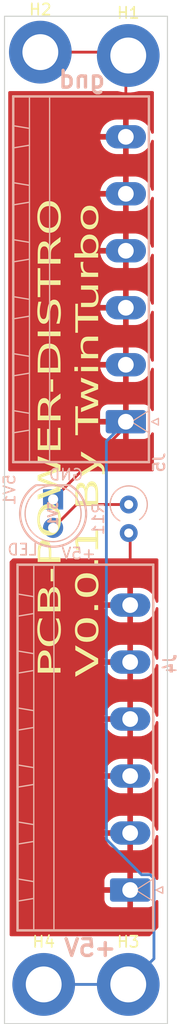
<source format=kicad_pcb>
(kicad_pcb (version 20221018) (generator pcbnew)
  (title_block (date "2025-01-30") (rev "v0.0.2"))
  (layers (0 "F.Cu" signal) (31 "B.Cu" signal) (34 "B.Paste" user) (35 "F.Paste" user) (36 "B.SilkS" user "B.Silkscreen") (37 "F.SilkS" user "F.Silkscreen") (38 "B.Mask" user) (39 "F.Mask" user) (44 "Edge.Cuts" user))
  (net 0 "")
  (net 1 "Net-(5V1-A)")
  (net 2 "+5V")
  (net 3 "GND")
  (footprint "MountingHole:MountingHole_3.2mm_M3_DIN965_Pad" (layer "F.Cu") (at 86.752 120.44)
    (fp_text reference "H4" (at 0 -3.8) (layer "F.SilkS"))
    (fp_text value "MountingHole_Pad")
    (pad "1" thru_hole circle (at 0 0) (size 5.6 5.6) (drill 3.2) (layers "*.Cu" "*.Mask") (net 3 "GND"))
  )
  (footprint "MountingHole:MountingHole_3.2mm_M3_DIN965_Pad" (layer "F.Cu") (at 94.305 37.6295)
    (fp_text reference "H1" (at 0 -3.8) (layer "F.SilkS"))
    (fp_text value "MountingHole_Pad")
    (pad "1" thru_hole circle (at 0 0) (size 5.6 5.6) (drill 3.2) (layers "*.Cu" "*.Mask") (net 3 "GND"))
  )
  (footprint "MountingHole:MountingHole_3.2mm_M3_DIN965_Pad" (layer "F.Cu") (at 94.305 120.44)
    (fp_text reference "H3" (at 0 -3.8) (layer "F.SilkS"))
    (fp_text value "MountingHole_Pad")
    (pad "1" thru_hole circle (at 0 0) (size 5.6 5.6) (drill 3.2) (layers "*.Cu" "*.Mask") (net 3 "GND"))
  )
  (footprint "MountingHole:MountingHole_3.2mm_M3_DIN965_Pad" (layer "F.Cu") (at 86.452 37.3295)
    (fp_text reference "H2" (at 0 -3.8) (layer "F.SilkS"))
    (fp_text value "MountingHole_Pad")
    (pad "1" thru_hole circle (at 0 0) (size 5.6 5.6) (drill 3.2) (layers "*.Cu" "*.Mask") (net 3 "GND"))
  )
  (footprint "LED_THT:LED_D5.0mm" (layer "B.Cu") (at 87.592 77.2 -90)
    (fp_text reference "5V1" (at -0.85 3.895 90) (layer "B.SilkS") (effects (justify mirror)))
    (fp_text value "LED" (at 4.483 2.717) (layer "B.SilkS") (effects (justify mirror)))
    (fp_text user "${REFERENCE}" (at 1.25 0 90) (layer "B.SilkS") (effects (font (size 0.8 0.8) (thickness 0.2)) (justify mirror)))
    (fp_line (start -1.29 1.545) (end -1.29 -1.545) (stroke (width 0.12)) (layer "B.SilkS"))
    (fp_line (start -1.23 1.469694) (end -1.23 -1.469694) (stroke (width 0.1)) (layer "B.SilkS"))
    (fp_arc (start -1.29 -1.54483) (mid 2.072002 -2.880433) (end 4.26 0.000462) (stroke (width 0.12)) (layer "B.SilkS"))
    (fp_arc (start -1.230016 -1.469666) (mid 4.17 -0.000016) (end -1.23 1.469694) (stroke (width 0.1)) (layer "B.SilkS"))
    (fp_arc (start 4.26 -0.000462) (mid 2.072002 2.880433) (end -1.29 1.54483) (stroke (width 0.12)) (layer "B.SilkS"))
    (fp_circle (center 1.27 0) (end 3.77 0) (stroke (width 0.1)) (fill none) (layer "B.SilkS"))
    (fp_circle (center 1.27 0) (end 3.77 0) (stroke (width 0.12)) (fill none) (layer "B.SilkS"))
    (pad "1" thru_hole rect (at 0 0 270) (size 1.8 1.8) (drill 0.9) (layers "*.Cu" "*.Mask") (net 3 "GND"))
    (pad "2" thru_hole circle (at 2.54 0 270) (size 1.8 1.8) (drill 0.9) (layers "*.Cu" "*.Mask") (net 1 "Net-(5V1-A)"))
  )
  (footprint "Resistor_THT:R_Axial_DIN0309_L9.0mm_D3.2mm_P2.54mm_Vertical" (layer "B.Cu") (at 94.346 77.658 -90)
    (fp_text reference "R11" (at 1.27 2.72 90) (layer "B.SilkS") (effects (justify mirror)))
    (fp_text value "1K")
    (fp_arc (start 1.453272 0.8) (mid -1.655812 0.101418) (end 1.344775 -0.97138) (stroke (width 0.12)) (layer "B.SilkS"))
    (pad "1" thru_hole circle (at 0 0 270) (size 1.6 1.6) (drill 0.8) (layers "*.Cu" "*.Mask") (net 1 "Net-(5V1-A)"))
    (pad "2" thru_hole oval (at 2.54 0 270) (size 1.6 1.6) (drill 0.8) (layers "*.Cu" "*.Mask") (net 2 "+5V"))
  )
  (footprint "Connector_Phoenix_MSTB:PhoenixContact_MSTBA_2,5_6-G-5,08_1x06_P5.08mm_Horizontal" (layer "B.Cu") (at 94.09 70.277 90)
    (fp_text reference "J5" (at -3.659 2.949 90) (layer "B.SilkS") (effects (justify mirror)))
    (fp_text value "GND" (at -4.719 -5.34) (layer "B.SilkS") (effects (justify mirror)))
    (fp_text user "${REFERENCE}" (at -3.611 2.997 90) (layer "B.SilkS") (effects (justify mirror)))
    (fp_line (start -3.65 -10.11) (end 29.05 -10.11) (stroke (width 0.12)) (layer "B.SilkS"))
    (fp_line (start -3.65 -8.61) (end -3.65 -6.81) (stroke (width 0.12)) (layer "B.SilkS"))
    (fp_line (start -3.65 -6.81) (end 29.05 -6.81) (stroke (width 0.12)) (layer "B.SilkS"))
    (fp_line (start -3.65 2.11) (end -3.65 -10.11) (stroke (width 0.12)) (layer "B.SilkS"))
    (fp_line (start -3.54 -10) (end 28.94 -10) (stroke (width 0.1)) (layer "B.SilkS"))
    (fp_line (start -3.54 2) (end -3.54 -10) (stroke (width 0.1)) (layer "B.SilkS"))
    (fp_line (start -1 -10.11) (end 1 -10.11) (stroke (width 0.12)) (layer "B.SilkS"))
    (fp_line (start -0.75 -8.61) (end -1 -10.11) (stroke (width 0.12)) (layer "B.SilkS"))
    (fp_line (start -0.3 2.91) (end 0.3 2.91) (stroke (width 0.12)) (layer "B.SilkS"))
    (fp_line (start 0 0.5) (end -0.95 2) (stroke (width 0.1)) (layer "B.SilkS"))
    (fp_line (start 0 2.31) (end -0.3 2.91) (stroke (width 0.12)) (layer "B.SilkS"))
    (fp_line (start 0.3 2.91) (end 0 2.31) (stroke (width 0.12)) (layer "B.SilkS"))
    (fp_line (start 0.75 -8.61) (end -0.75 -8.61) (stroke (width 0.12)) (layer "B.SilkS"))
    (fp_line (start 0.95 2) (end 0 0.5) (stroke (width 0.1)) (layer "B.SilkS"))
    (fp_line (start 1 -10.11) (end 0.75 -8.61) (stroke (width 0.12)) (layer "B.SilkS"))
    (fp_line (start 4.08 -10.11) (end 6.08 -10.11) (stroke (width 0.12)) (layer "B.SilkS"))
    (fp_line (start 4.33 -8.61) (end 4.08 -10.11) (stroke (width 0.12)) (layer "B.SilkS"))
    (fp_line (start 5.83 -8.61) (end 4.33 -8.61) (stroke (width 0.12)) (layer "B.SilkS"))
    (fp_line (start 6.08 -10.11) (end 5.83 -8.61) (stroke (width 0.12)) (layer "B.SilkS"))
    (fp_line (start 9.16 -10.11) (end 11.16 -10.11) (stroke (width 0.12)) (layer "B.SilkS"))
    (fp_line (start 9.41 -8.61) (end 9.16 -10.11) (stroke (width 0.12)) (layer "B.SilkS"))
    (fp_line (start 10.91 -8.61) (end 9.41 -8.61) (stroke (width 0.12)) (layer "B.SilkS"))
    (fp_line (start 11.16 -10.11) (end 10.91 -8.61) (stroke (width 0.12)) (layer "B.SilkS"))
    (fp_line (start 14.24 -10.11) (end 16.24 -10.11) (stroke (width 0.12)) (layer "B.SilkS"))
    (fp_line (start 14.49 -8.61) (end 14.24 -10.11) (stroke (width 0.12)) (layer "B.SilkS"))
    (fp_line (start 15.99 -8.61) (end 14.49 -8.61) (stroke (width 0.12)) (layer "B.SilkS"))
    (fp_line (start 16.24 -10.11) (end 15.99 -8.61) (stroke (width 0.12)) (layer "B.SilkS"))
    (fp_line (start 19.32 -10.11) (end 21.32 -10.11) (stroke (width 0.12)) (layer "B.SilkS"))
    (fp_line (start 19.57 -8.61) (end 19.32 -10.11) (stroke (width 0.12)) (layer "B.SilkS"))
    (fp_line (start 21.07 -8.61) (end 19.57 -8.61) (stroke (width 0.12)) (layer "B.SilkS"))
    (fp_line (start 21.32 -10.11) (end 21.07 -8.61) (stroke (width 0.12)) (layer "B.SilkS"))
    (fp_line (start 24.4 -10.11) (end 26.4 -10.11) (stroke (width 0.12)) (layer "B.SilkS"))
    (fp_line (start 24.65 -8.61) (end 24.4 -10.11) (stroke (width 0.12)) (layer "B.SilkS"))
    (fp_line (start 26.15 -8.61) (end 24.65 -8.61) (stroke (width 0.12)) (layer "B.SilkS"))
    (fp_line (start 26.4 -10.11) (end 26.15 -8.61) (stroke (width 0.12)) (layer "B.SilkS"))
    (fp_line (start 28.94 -10) (end 28.94 2) (stroke (width 0.1)) (layer "B.SilkS"))
    (fp_line (start 28.94 2) (end -3.54 2) (stroke (width 0.1)) (layer "B.SilkS"))
    (fp_line (start 29.05 -10.11) (end 29.05 2.11) (stroke (width 0.12)) (layer "B.SilkS"))
    (fp_line (start 29.05 -8.61) (end -3.65 -8.61) (stroke (width 0.12)) (layer "B.SilkS"))
    (fp_line (start 29.05 -6.81) (end 29.05 -8.61) (stroke (width 0.12)) (layer "B.SilkS"))
    (fp_line (start 29.05 2.11) (end -3.65 2.11) (stroke (width 0.12)) (layer "B.SilkS"))
    (pad "1" thru_hole roundrect (at 0 0 90) (size 2.08 3.6) (drill 1.4) (layers "*.Cu" "*.Mask") (roundrect_rratio 0.1201918269) (net 3 "GND"))
    (pad "2" thru_hole oval (at 5.08 0 90) (size 2.08 3.6) (drill 1.4) (layers "*.Cu" "*.Mask") (net 3 "GND"))
    (pad "3" thru_hole oval (at 10.16 0 90) (size 2.08 3.6) (drill 1.4) (layers "*.Cu" "*.Mask") (net 3 "GND"))
    (pad "4" thru_hole oval (at 15.24 0 90) (size 2.08 3.6) (drill 1.4) (layers "*.Cu" "*.Mask") (net 3 "GND"))
    (pad "5" thru_hole oval (at 20.32 0 90) (size 2.08 3.6) (drill 1.4) (layers "*.Cu" "*.Mask") (net 3 "GND"))
    (pad "6" thru_hole oval (at 25.4 0 90) (size 2.08 3.6) (drill 1.4) (layers "*.Cu" "*.Mask") (net 3 "GND"))
  )
  (footprint "Connector_Phoenix_MSTB:PhoenixContact_MSTBA_2,5_6-G-5,08_1x06_P5.08mm_Horizontal" (layer "B.Cu") (at 94.4755 112.024 90)
    (fp_text reference "J4" (at 20.166 3.473 90) (layer "B.SilkS") (effects (justify mirror)))
    (fp_text value "+5V" (at 29.997 -4.599) (layer "B.SilkS") (effects (justify mirror)))
    (fp_text user "${REFERENCE}" (at 20.166 3.618 90) (layer "B.SilkS") (effects (justify mirror)))
    (fp_line (start -3.65 -10.11) (end 29.05 -10.11) (stroke (width 0.12)) (layer "B.SilkS"))
    (fp_line (start -3.65 -8.61) (end -3.65 -6.81) (stroke (width 0.12)) (layer "B.SilkS"))
    (fp_line (start -3.65 -6.81) (end 29.05 -6.81) (stroke (width 0.12)) (layer "B.SilkS"))
    (fp_line (start -3.65 2.11) (end -3.65 -10.11) (stroke (width 0.12)) (layer "B.SilkS"))
    (fp_line (start -3.54 -10) (end 28.94 -10) (stroke (width 0.1)) (layer "B.SilkS"))
    (fp_line (start -3.54 2) (end -3.54 -10) (stroke (width 0.1)) (layer "B.SilkS"))
    (fp_line (start -1 -10.11) (end 1 -10.11) (stroke (width 0.12)) (layer "B.SilkS"))
    (fp_line (start -0.75 -8.61) (end -1 -10.11) (stroke (width 0.12)) (layer "B.SilkS"))
    (fp_line (start -0.3 2.91) (end 0.3 2.91) (stroke (width 0.12)) (layer "B.SilkS"))
    (fp_line (start 0 0.5) (end -0.95 2) (stroke (width 0.1)) (layer "B.SilkS"))
    (fp_line (start 0 2.31) (end -0.3 2.91) (stroke (width 0.12)) (layer "B.SilkS"))
    (fp_line (start 0.3 2.91) (end 0 2.31) (stroke (width 0.12)) (layer "B.SilkS"))
    (fp_line (start 0.75 -8.61) (end -0.75 -8.61) (stroke (width 0.12)) (layer "B.SilkS"))
    (fp_line (start 0.95 2) (end 0 0.5) (stroke (width 0.1)) (layer "B.SilkS"))
    (fp_line (start 1 -10.11) (end 0.75 -8.61) (stroke (width 0.12)) (layer "B.SilkS"))
    (fp_line (start 4.08 -10.11) (end 6.08 -10.11) (stroke (width 0.12)) (layer "B.SilkS"))
    (fp_line (start 4.33 -8.61) (end 4.08 -10.11) (stroke (width 0.12)) (layer "B.SilkS"))
    (fp_line (start 5.83 -8.61) (end 4.33 -8.61) (stroke (width 0.12)) (layer "B.SilkS"))
    (fp_line (start 6.08 -10.11) (end 5.83 -8.61) (stroke (width 0.12)) (layer "B.SilkS"))
    (fp_line (start 9.16 -10.11) (end 11.16 -10.11) (stroke (width 0.12)) (layer "B.SilkS"))
    (fp_line (start 9.41 -8.61) (end 9.16 -10.11) (stroke (width 0.12)) (layer "B.SilkS"))
    (fp_line (start 10.91 -8.61) (end 9.41 -8.61) (stroke (width 0.12)) (layer "B.SilkS"))
    (fp_line (start 11.16 -10.11) (end 10.91 -8.61) (stroke (width 0.12)) (layer "B.SilkS"))
    (fp_line (start 14.24 -10.11) (end 16.24 -10.11) (stroke (width 0.12)) (layer "B.SilkS"))
    (fp_line (start 14.49 -8.61) (end 14.24 -10.11) (stroke (width 0.12)) (layer "B.SilkS"))
    (fp_line (start 15.99 -8.61) (end 14.49 -8.61) (stroke (width 0.12)) (layer "B.SilkS"))
    (fp_line (start 16.24 -10.11) (end 15.99 -8.61) (stroke (width 0.12)) (layer "B.SilkS"))
    (fp_line (start 19.32 -10.11) (end 21.32 -10.11) (stroke (width 0.12)) (layer "B.SilkS"))
    (fp_line (start 19.57 -8.61) (end 19.32 -10.11) (stroke (width 0.12)) (layer "B.SilkS"))
    (fp_line (start 21.07 -8.61) (end 19.57 -8.61) (stroke (width 0.12)) (layer "B.SilkS"))
    (fp_line (start 21.32 -10.11) (end 21.07 -8.61) (stroke (width 0.12)) (layer "B.SilkS"))
    (fp_line (start 24.4 -10.11) (end 26.4 -10.11) (stroke (width 0.12)) (layer "B.SilkS"))
    (fp_line (start 24.65 -8.61) (end 24.4 -10.11) (stroke (width 0.12)) (layer "B.SilkS"))
    (fp_line (start 26.15 -8.61) (end 24.65 -8.61) (stroke (width 0.12)) (layer "B.SilkS"))
    (fp_line (start 26.4 -10.11) (end 26.15 -8.61) (stroke (width 0.12)) (layer "B.SilkS"))
    (fp_line (start 28.94 -10) (end 28.94 2) (stroke (width 0.1)) (layer "B.SilkS"))
    (fp_line (start 28.94 2) (end -3.54 2) (stroke (width 0.1)) (layer "B.SilkS"))
    (fp_line (start 29.05 -10.11) (end 29.05 2.11) (stroke (width 0.12)) (layer "B.SilkS"))
    (fp_line (start 29.05 -8.61) (end -3.65 -8.61) (stroke (width 0.12)) (layer "B.SilkS"))
    (fp_line (start 29.05 -6.81) (end 29.05 -8.61) (stroke (width 0.12)) (layer "B.SilkS"))
    (fp_line (start 29.05 2.11) (end -3.65 2.11) (stroke (width 0.12)) (layer "B.SilkS"))
    (pad "1" thru_hole roundrect (at 0 0 90) (size 2.08 3.6) (drill 1.4) (layers "*.Cu" "*.Mask") (roundrect_rratio 0.1201918269) (net 2 "+5V"))
    (pad "2" thru_hole oval (at 5.08 0 90) (size 2.08 3.6) (drill 1.4) (layers "*.Cu" "*.Mask") (net 2 "+5V"))
    (pad "3" thru_hole oval (at 10.16 0 90) (size 2.08 3.6) (drill 1.4) (layers "*.Cu" "*.Mask") (net 2 "+5V"))
    (pad "4" thru_hole oval (at 15.24 0 90) (size 2.08 3.6) (drill 1.4) (layers "*.Cu" "*.Mask") (net 2 "+5V"))
    (pad "5" thru_hole oval (at 20.32 0 90) (size 2.08 3.6) (drill 1.4) (layers "*.Cu" "*.Mask") (net 2 "+5V"))
    (pad "6" thru_hole oval (at 25.4 0 90) (size 2.08 3.6) (drill 1.4) (layers "*.Cu" "*.Mask") (net 2 "+5V"))
  )
  (gr_line (start 97.805 34.1295) (end 83.252 34.1295) (stroke (width 0.1)) (layer "Edge.Cuts"))
  (gr_line (start 97.805 123.94) (end 97.805 34.1295) (stroke (width 0.1)) (layer "Edge.Cuts"))
  (gr_line (start 83.252 34.13) (end 83.252 123.94) (stroke (width 0.1)) (layer "Edge.Cuts"))
  (gr_line (start 83.252 123.94) (end 97.803 123.94) (stroke (width 0.1)) (layer "Edge.Cuts"))
  (gr_text "+5V" (at 93.377 118.055) (layer "B.SilkS") (effects (font (size 1.5 1.5) (thickness 0.3) bold) (justify left bottom mirror)))
  (gr_text "gnd" (at 92.396 40.647) (layer "B.SilkS") (effects (font (size 1.5 1.5) (thickness 0.3) bold) (justify left bottom mirror)))
  (gr_text "PCB-POWER-DISTRO\nV0.0.1 By TwinTurbo" (at 91.955 93.052 90) (layer "F.SilkS") (effects (font (size 2 3)) (justify left bottom)))
  (segment (start 89.674 77.658) (end 87.592 79.74) (width 0.25) (layer "F.Cu") (net 1))
  (segment (start 94.346 77.658) (end 89.674 77.658) (width 0.25) (layer "F.Cu") (net 1))
  (segment (start 94.4755 86.624) (end 94.4755 80.3275) (width 0.25) (layer "F.Cu") (net 2))
  (segment (start 94.4755 80.3275) (end 94.346 80.198) (width 0.25) (layer "F.Cu") (net 2))
  (segment (start 87.592 77.2) (end 94.09 70.702) (width 0.25) (layer "F.Cu") (net 3))
  (segment (start 86.452 37.3295) (end 94.005 37.3295) (width 0.25) (layer "F.Cu") (net 3))
  (segment (start 94.005 37.3295) (end 94.305 37.6295) (width 0.25) (layer "F.Cu") (net 3))
  (segment (start 94.09 70.702) (end 94.09 70.277) (width 0.25) (layer "F.Cu") (net 3))
  (segment (start 94.09 44.877) (end 94.09 37.8445) (width 0.25) (layer "F.Cu") (net 3))
  (segment (start 94.09 37.8445) (end 94.305 37.6295) (width 0.25) (layer "F.Cu") (net 3))
  (segment (start 94.09 70.277) (end 92.3505 72.0165) (width 0.25) (layer "B.Cu") (net 3))
  (segment (start 92.3505 72.0165) (end 92.3505 107.509402) (width 0.25) (layer "B.Cu") (net 3))
  (segment (start 86.752 120.44) (end 94.305 120.44) (width 0.25) (layer "B.Cu") (net 3))
  (segment (start 92.3505 107.509402) (end 95.500098 110.659) (width 0.25) (layer "B.Cu") (net 3))
  (segment (start 95.500098 110.659) (end 96.263673 110.659) (width 0.25) (layer "B.Cu") (net 3))
  (segment (start 96.6005 110.995827) (end 96.6005 118.1445) (width 0.25) (layer "B.Cu") (net 3))
  (segment (start 96.263673 110.659) (end 96.6005 110.995827) (width 0.25) (layer "B.Cu") (net 3))
  (segment (start 96.6005 118.1445) (end 94.305 120.44) (width 0.25) (layer "B.Cu") (net 3))
  (zone (net 2) (net_name "+5V") (layer "F.Cu") (connect_pads (clearance 0.5)) (min_thickness 0.25) (fill yes (thermal_gap 0.5) (thermal_bridge_width 0.5))
    (polygon (pts (xy 97.032 82.46) (xy 83.992 82.46) (xy 83.708 82.744) (xy 83.708 116.149) (xy 96.229 116.149) (xy 96.996 115.382) (xy 96.996 82.444) (xy 97.017 82.444) (xy 97.032 82.459)))
  )
  (zone (net 3) (net_name "GND") (layer "F.Cu") (priority 1) (connect_pads (clearance 0.5)) (min_thickness 0.25) (fill yes (thermal_gap 0.5) (thermal_bridge_width 0.5))
    (polygon (pts (xy 96.605 74.702) (xy 83.586 74.702) (xy 83.586 40.803) (xy 83.588 40.801) (xy 96.546 40.801) (xy 96.594 40.849) (xy 96.594 74.701) (xy 96.604 74.701)))
  )
)
</source>
